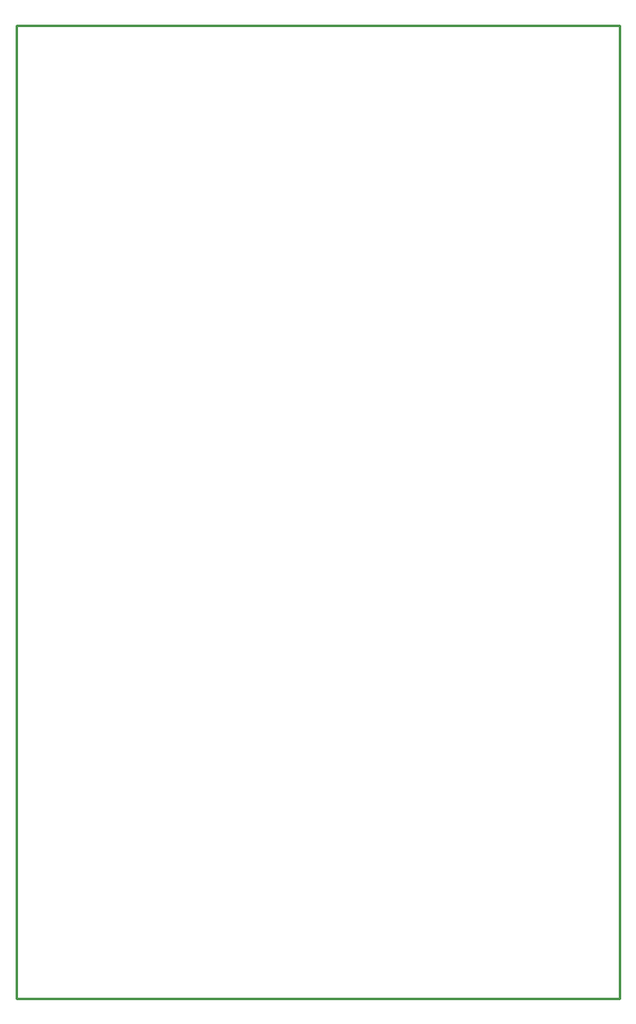
<source format=gbr>
G04 start of page 10 for group 9 layer_idx 6 *
G04 Title: (unknown), global_outline *
G04 Creator: pcb-rnd 2.1.0 *
G04 CreationDate: 2018-12-10 02:10:37 UTC *
G04 For: oscar *
G04 Format: Gerber/RS-274X *
G04 PCB-Dimensions: 244800 394800 *
G04 PCB-Coordinate-Origin: lower left *
%MOIN*%
%FSLAX25Y25*%
%LNOUTLINE*%
%ADD252C,0.0100*%
G54D252*X0Y394800D02*X245000D01*
Y-200D01*
X0D01*
Y394800D01*
M02*

</source>
